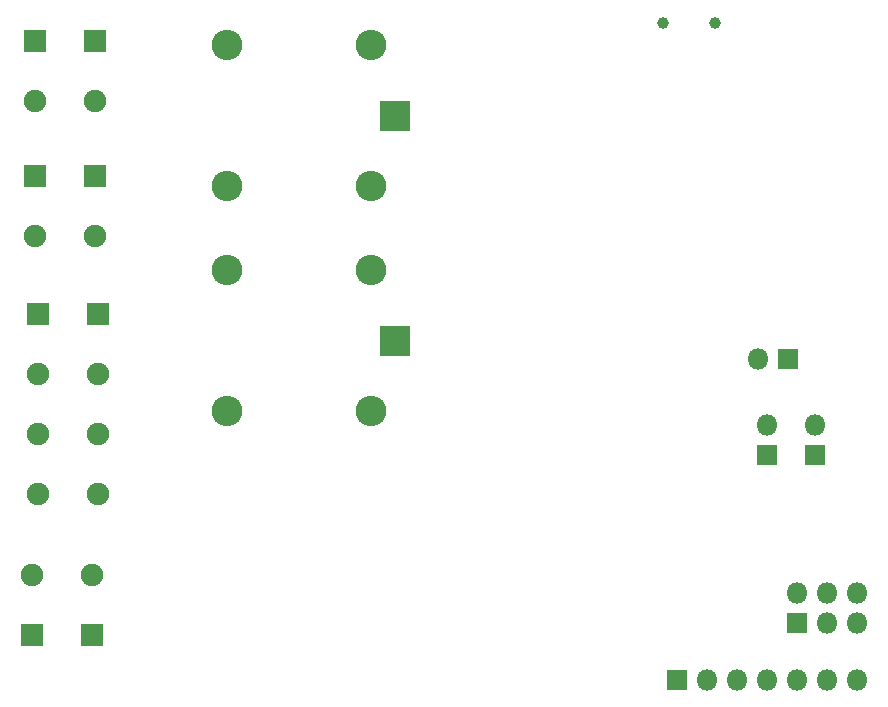
<source format=gbr>
%TF.GenerationSoftware,KiCad,Pcbnew,(5.1.6)-1*%
%TF.CreationDate,2021-01-04T09:58:51-07:00*%
%TF.ProjectId,R107 AC Controller,52313037-2041-4432-9043-6f6e74726f6c,rev?*%
%TF.SameCoordinates,Original*%
%TF.FileFunction,Soldermask,Bot*%
%TF.FilePolarity,Negative*%
%FSLAX46Y46*%
G04 Gerber Fmt 4.6, Leading zero omitted, Abs format (unit mm)*
G04 Created by KiCad (PCBNEW (5.1.6)-1) date 2021-01-04 09:58:51*
%MOMM*%
%LPD*%
G01*
G04 APERTURE LIST*
%ADD10C,1.900000*%
%ADD11R,1.900000X1.900000*%
%ADD12O,2.600000X2.600000*%
%ADD13R,2.600000X2.600000*%
%ADD14O,1.800000X1.800000*%
%ADD15R,1.800000X1.800000*%
%ADD16C,1.000000*%
G04 APERTURE END LIST*
D10*
%TO.C,J4*%
X133604000Y-65024000D03*
X138684000Y-65024000D03*
X138684000Y-59944000D03*
X133604000Y-59944000D03*
X133604000Y-54864000D03*
X138684000Y-54864000D03*
D11*
X138684000Y-49784000D03*
X133604000Y-49784000D03*
%TD*%
D10*
%TO.C,J5*%
X133146800Y-71882000D03*
X138226800Y-71882000D03*
D11*
X133146800Y-76962000D03*
X138226800Y-76962000D03*
%TD*%
D10*
%TO.C,J2*%
X138430000Y-43180000D03*
X133350000Y-43180000D03*
D11*
X138430000Y-38100000D03*
X133350000Y-38100000D03*
%TD*%
D10*
%TO.C,J1*%
X138430000Y-31750000D03*
X133350000Y-31750000D03*
D11*
X138430000Y-26670000D03*
X133350000Y-26670000D03*
%TD*%
D12*
%TO.C,K2*%
X161830000Y-58070000D03*
X149630000Y-58070000D03*
X149630000Y-46070000D03*
X161830000Y-46070000D03*
D13*
X163830000Y-52070000D03*
%TD*%
D12*
%TO.C,K1*%
X161830000Y-39020000D03*
X149630000Y-39020000D03*
X149630000Y-27020000D03*
X161830000Y-27020000D03*
D13*
X163830000Y-33020000D03*
%TD*%
D14*
%TO.C,JP3*%
X195326000Y-59182000D03*
D15*
X195326000Y-61722000D03*
%TD*%
D14*
%TO.C,JP2*%
X199390000Y-59182000D03*
D15*
X199390000Y-61722000D03*
%TD*%
D14*
%TO.C,JP1*%
X194564000Y-53594000D03*
D15*
X197104000Y-53594000D03*
%TD*%
D14*
%TO.C,J7*%
X202946000Y-73406000D03*
X202946000Y-75946000D03*
X200406000Y-73406000D03*
X200406000Y-75946000D03*
X197866000Y-73406000D03*
D15*
X197866000Y-75946000D03*
%TD*%
D16*
%TO.C,J6*%
X186522000Y-25146000D03*
X190922000Y-25146000D03*
%TD*%
D14*
%TO.C,J3*%
X202946000Y-80772000D03*
X200406000Y-80772000D03*
X197866000Y-80772000D03*
X195326000Y-80772000D03*
X192786000Y-80772000D03*
X190246000Y-80772000D03*
D15*
X187706000Y-80772000D03*
%TD*%
M02*

</source>
